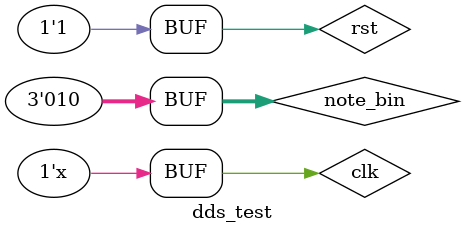
<source format=v>
`timescale 1ns / 1ps


module dds_test;

	// Inputs
	reg [2:0] note_bin;
	reg clk;
	reg rst;

	// Outputs
	wire divide_clk;
	wire [31:0] cnt;

	// Instantiate the Unit Under Test (UUT)
	dds uut (
	.note_bin(note_bin), 
		.clk(clk), 
		.rst(rst), 
		.divide_clk(divide_clk), 
		.cnt(cnt)
	);

	initial begin
		// Initialize Inputs
		note_bin = 0;
		clk = 0;
		rst = 1;
		// Wait 100 ns for global reset to finish
		#100;
        
		// Add stimulus here
		note_bin = 2;
	end

always #250 clk = ~clk;
//always #1000 note_bin = note_bin + 1;
 
endmodule


</source>
